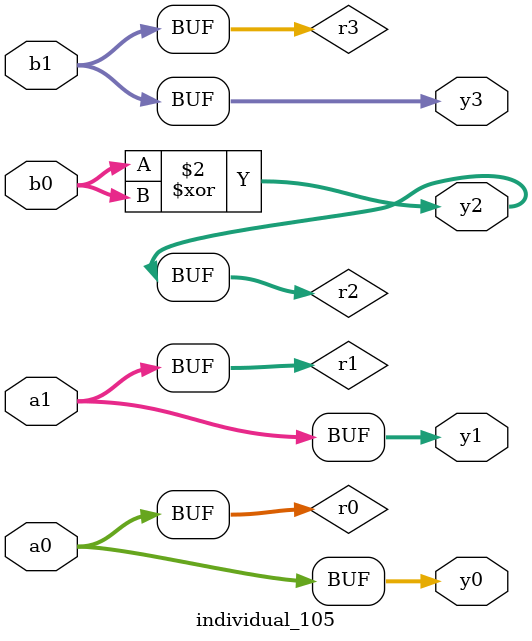
<source format=sv>
module individual_105(input logic [15:0] a1, input logic [15:0] a0, input logic [15:0] b1, input logic [15:0] b0, output logic [15:0] y3, output logic [15:0] y2, output logic [15:0] y1, output logic [15:0] y0);
logic [15:0] r0, r1, r2, r3; 
 always@(*) begin 
	 r0 = a0; r1 = a1; r2 = b0; r3 = b1; 
 	 r2  ^=  b0 ;
 	 y3 = r3; y2 = r2; y1 = r1; y0 = r0; 
end
endmodule
</source>
